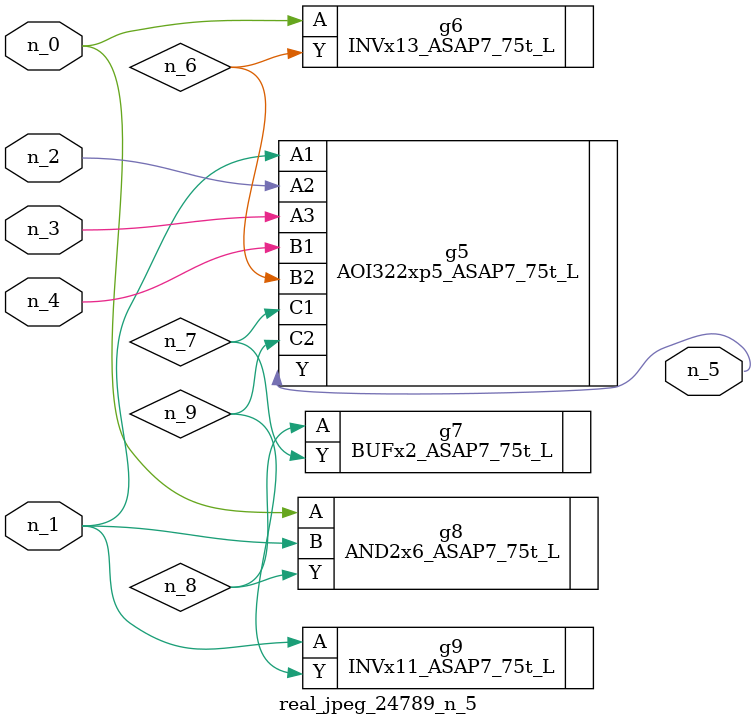
<source format=v>
module real_jpeg_24789_n_5 (n_4, n_0, n_1, n_2, n_3, n_5);

input n_4;
input n_0;
input n_1;
input n_2;
input n_3;

output n_5;

wire n_8;
wire n_6;
wire n_7;
wire n_9;

INVx13_ASAP7_75t_L g6 ( 
.A(n_0),
.Y(n_6)
);

AND2x6_ASAP7_75t_L g8 ( 
.A(n_0),
.B(n_1),
.Y(n_8)
);

AOI322xp5_ASAP7_75t_L g5 ( 
.A1(n_1),
.A2(n_2),
.A3(n_3),
.B1(n_4),
.B2(n_6),
.C1(n_7),
.C2(n_9),
.Y(n_5)
);

INVx11_ASAP7_75t_L g9 ( 
.A(n_1),
.Y(n_9)
);

BUFx2_ASAP7_75t_L g7 ( 
.A(n_8),
.Y(n_7)
);


endmodule
</source>
